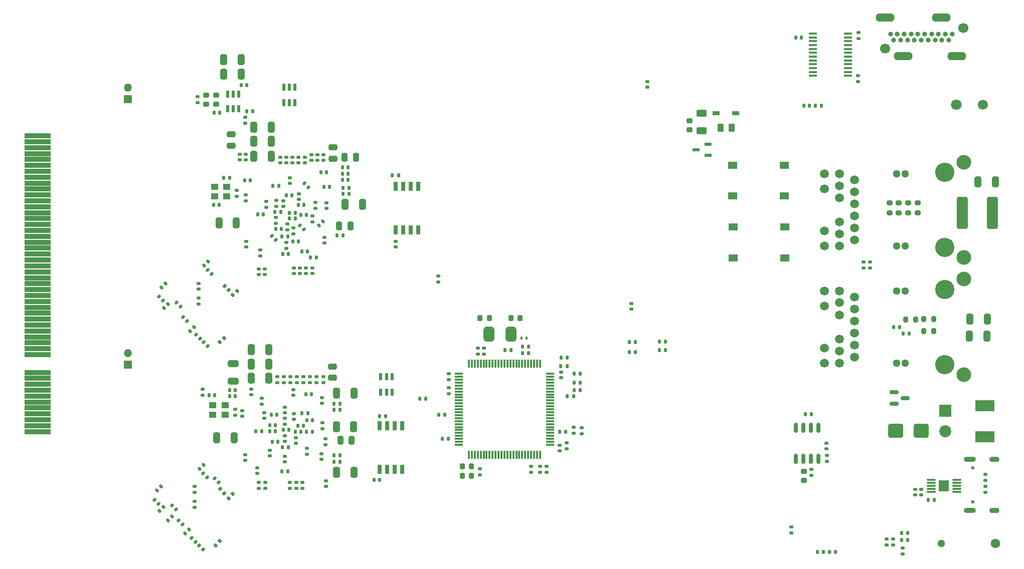
<source format=gbr>
%TF.GenerationSoftware,KiCad,Pcbnew,8.0.8*%
%TF.CreationDate,2025-02-03T01:07:07+01:00*%
%TF.ProjectId,RASBB,52415342-422e-46b6-9963-61645f706362,01*%
%TF.SameCoordinates,Original*%
%TF.FileFunction,Soldermask,Bot*%
%TF.FilePolarity,Negative*%
%FSLAX46Y46*%
G04 Gerber Fmt 4.6, Leading zero omitted, Abs format (unit mm)*
G04 Created by KiCad (PCBNEW 8.0.8) date 2025-02-03 01:07:07*
%MOMM*%
%LPD*%
G01*
G04 APERTURE LIST*
G04 Aperture macros list*
%AMRoundRect*
0 Rectangle with rounded corners*
0 $1 Rounding radius*
0 $2 $3 $4 $5 $6 $7 $8 $9 X,Y pos of 4 corners*
0 Add a 4 corners polygon primitive as box body*
4,1,4,$2,$3,$4,$5,$6,$7,$8,$9,$2,$3,0*
0 Add four circle primitives for the rounded corners*
1,1,$1+$1,$2,$3*
1,1,$1+$1,$4,$5*
1,1,$1+$1,$6,$7*
1,1,$1+$1,$8,$9*
0 Add four rect primitives between the rounded corners*
20,1,$1+$1,$2,$3,$4,$5,0*
20,1,$1+$1,$4,$5,$6,$7,0*
20,1,$1+$1,$6,$7,$8,$9,0*
20,1,$1+$1,$8,$9,$2,$3,0*%
G04 Aperture macros list end*
%ADD10R,1.350000X1.350000*%
%ADD11O,1.350000X1.350000*%
%ADD12R,2.025000X2.025000*%
%ADD13C,2.025000*%
%ADD14C,1.700000*%
%ADD15C,1.800000*%
%ADD16C,3.250000*%
%ADD17C,1.509000*%
%ADD18C,1.300000*%
%ADD19C,2.475000*%
%ADD20C,0.600000*%
%ADD21O,2.000000X0.900000*%
%ADD22O,1.700000X0.900000*%
%ADD23C,1.600000*%
%ADD24C,0.800000*%
%ADD25O,3.200000X1.400000*%
%ADD26R,1.300000X1.100000*%
%ADD27RoundRect,0.140000X-0.140000X-0.170000X0.140000X-0.170000X0.140000X0.170000X-0.140000X0.170000X0*%
%ADD28RoundRect,0.135000X0.185000X-0.135000X0.185000X0.135000X-0.185000X0.135000X-0.185000X-0.135000X0*%
%ADD29R,1.207999X0.771200*%
%ADD30RoundRect,0.140000X-0.170000X0.140000X-0.170000X-0.140000X0.170000X-0.140000X0.170000X0.140000X0*%
%ADD31RoundRect,0.135000X0.035355X-0.226274X0.226274X-0.035355X-0.035355X0.226274X-0.226274X0.035355X0*%
%ADD32RoundRect,0.140000X-0.219203X-0.021213X-0.021213X-0.219203X0.219203X0.021213X0.021213X0.219203X0*%
%ADD33RoundRect,0.250000X-0.325000X-0.650000X0.325000X-0.650000X0.325000X0.650000X-0.325000X0.650000X0*%
%ADD34RoundRect,0.140000X0.140000X0.170000X-0.140000X0.170000X-0.140000X-0.170000X0.140000X-0.170000X0*%
%ADD35RoundRect,0.135000X0.135000X0.185000X-0.135000X0.185000X-0.135000X-0.185000X0.135000X-0.185000X0*%
%ADD36RoundRect,0.050000X-1.575000X0.890000X-1.575000X-0.890000X1.575000X-0.890000X1.575000X0.890000X0*%
%ADD37RoundRect,0.140000X0.170000X-0.140000X0.170000X0.140000X-0.170000X0.140000X-0.170000X-0.140000X0*%
%ADD38RoundRect,0.250000X0.325000X0.650000X-0.325000X0.650000X-0.325000X-0.650000X0.325000X-0.650000X0*%
%ADD39RoundRect,0.225000X-0.250000X0.225000X-0.250000X-0.225000X0.250000X-0.225000X0.250000X0.225000X0*%
%ADD40RoundRect,0.140000X0.021213X-0.219203X0.219203X-0.021213X-0.021213X0.219203X-0.219203X0.021213X0*%
%ADD41RoundRect,0.140000X0.219203X0.021213X0.021213X0.219203X-0.219203X-0.021213X-0.021213X-0.219203X0*%
%ADD42RoundRect,0.135000X-0.135000X-0.185000X0.135000X-0.185000X0.135000X0.185000X-0.135000X0.185000X0*%
%ADD43RoundRect,0.200000X0.200000X0.275000X-0.200000X0.275000X-0.200000X-0.275000X0.200000X-0.275000X0*%
%ADD44RoundRect,0.102000X2.100000X-0.350000X2.100000X0.350000X-2.100000X0.350000X-2.100000X-0.350000X0*%
%ADD45RoundRect,0.225000X-0.225000X-0.250000X0.225000X-0.250000X0.225000X0.250000X-0.225000X0.250000X0*%
%ADD46R,0.600000X1.250000*%
%ADD47R,1.520000X1.200000*%
%ADD48RoundRect,0.135000X-0.185000X0.135000X-0.185000X-0.135000X0.185000X-0.135000X0.185000X0.135000X0*%
%ADD49RoundRect,0.225000X0.225000X0.250000X-0.225000X0.250000X-0.225000X-0.250000X0.225000X-0.250000X0*%
%ADD50RoundRect,0.135000X-0.226274X-0.035355X-0.035355X-0.226274X0.226274X0.035355X0.035355X0.226274X0*%
%ADD51RoundRect,0.200000X-0.200000X-0.275000X0.200000X-0.275000X0.200000X0.275000X-0.200000X0.275000X0*%
%ADD52RoundRect,0.250000X-0.262500X-0.450000X0.262500X-0.450000X0.262500X0.450000X-0.262500X0.450000X0*%
%ADD53RoundRect,0.450000X-0.450000X-0.800000X0.450000X-0.800000X0.450000X0.800000X-0.450000X0.800000X0*%
%ADD54RoundRect,0.140000X-0.021213X0.219203X-0.219203X0.021213X0.021213X-0.219203X0.219203X-0.021213X0*%
%ADD55RoundRect,0.150000X-0.587500X-0.150000X0.587500X-0.150000X0.587500X0.150000X-0.587500X0.150000X0*%
%ADD56RoundRect,0.200000X0.275000X-0.200000X0.275000X0.200000X-0.275000X0.200000X-0.275000X-0.200000X0*%
%ADD57RoundRect,0.250000X0.475000X-0.250000X0.475000X0.250000X-0.475000X0.250000X-0.475000X-0.250000X0*%
%ADD58R,0.650000X1.550000*%
%ADD59RoundRect,0.250000X-0.250000X-0.475000X0.250000X-0.475000X0.250000X0.475000X-0.250000X0.475000X0*%
%ADD60R,0.600000X1.150000*%
%ADD61RoundRect,0.075000X0.650000X0.075000X-0.650000X0.075000X-0.650000X-0.075000X0.650000X-0.075000X0*%
%ADD62R,1.680000X1.880000*%
%ADD63RoundRect,0.200000X-0.275000X0.200000X-0.275000X-0.200000X0.275000X-0.200000X0.275000X0.200000X0*%
%ADD64R,1.309599X0.568000*%
%ADD65RoundRect,0.250000X0.250000X0.475000X-0.250000X0.475000X-0.250000X-0.475000X0.250000X-0.475000X0*%
%ADD66RoundRect,0.250000X0.650000X-0.325000X0.650000X0.325000X-0.650000X0.325000X-0.650000X-0.325000X0*%
%ADD67RoundRect,0.225000X0.250000X-0.225000X0.250000X0.225000X-0.250000X0.225000X-0.250000X-0.225000X0*%
%ADD68RoundRect,0.250000X0.625000X-0.312500X0.625000X0.312500X-0.625000X0.312500X-0.625000X-0.312500X0*%
%ADD69RoundRect,0.250000X-0.650000X-2.450000X0.650000X-2.450000X0.650000X2.450000X-0.650000X2.450000X0*%
%ADD70RoundRect,0.250000X-1.000000X-0.900000X1.000000X-0.900000X1.000000X0.900000X-1.000000X0.900000X0*%
%ADD71RoundRect,0.150000X-0.150000X0.675000X-0.150000X-0.675000X0.150000X-0.675000X0.150000X0.675000X0*%
%ADD72R,0.400000X0.500000*%
%ADD73R,0.300000X1.475000*%
%ADD74R,1.475000X0.300000*%
%ADD75R,1.475000X0.450000*%
%ADD76RoundRect,0.250000X-0.475000X0.250000X-0.475000X-0.250000X0.475000X-0.250000X0.475000X0.250000X0*%
G04 APERTURE END LIST*
D10*
%TO.C,J18*%
X121550000Y-95410000D03*
D11*
X121550000Y-93410000D03*
%TD*%
D12*
%TO.C,J9*%
X259580000Y-103160000D03*
D13*
X259580000Y-106660000D03*
%TD*%
D14*
%TO.C,J1*%
X265945000Y-51410000D03*
D15*
X261445000Y-51410000D03*
%TD*%
D16*
%TO.C,J14*%
X259505000Y-95355000D03*
X259505000Y-82655000D03*
D17*
X244265000Y-83930000D03*
X244265000Y-85960000D03*
X244265000Y-87990001D03*
X244265000Y-90020000D03*
X244265000Y-92050000D03*
X244265000Y-94080000D03*
X241725000Y-82910000D03*
X241725000Y-84930000D03*
X241725000Y-86970000D03*
X241725000Y-91050000D03*
X241725000Y-93090000D03*
X241725000Y-95100000D03*
X239185000Y-82910001D03*
X239185000Y-85450000D03*
X239185000Y-92560000D03*
X239185000Y-95100000D03*
D18*
X251375000Y-82908000D03*
X251375000Y-95102000D03*
X252845000Y-82908000D03*
X252845000Y-95102000D03*
D19*
X262685000Y-97070000D03*
X262685000Y-80940000D03*
%TD*%
D16*
%TO.C,J2*%
X259505000Y-75555500D03*
X259505000Y-62855500D03*
D17*
X244265000Y-64130500D03*
X244265000Y-66160500D03*
X244265000Y-68190500D03*
X244265000Y-70220500D03*
X244265000Y-72250500D03*
X244265000Y-74280500D03*
X241725000Y-63110500D03*
X241725000Y-65130500D03*
X241725000Y-67170500D03*
X241725000Y-71250500D03*
X241725000Y-73290500D03*
X241725000Y-75300500D03*
X239185000Y-63110500D03*
X239185000Y-65650500D03*
X239185000Y-72760500D03*
X239185000Y-75300500D03*
D18*
X251375000Y-63108500D03*
X251375000Y-75302500D03*
X252845000Y-63108500D03*
X252845000Y-75302500D03*
D19*
X262685000Y-77270500D03*
X262685000Y-61140500D03*
%TD*%
D10*
%TO.C,J16*%
X121550000Y-50550000D03*
D11*
X121550000Y-48550000D03*
%TD*%
D20*
%TO.C,J7*%
X264220000Y-118610000D03*
X264220000Y-112830000D03*
D21*
X263740000Y-120040000D03*
D22*
X267910000Y-120040000D03*
D21*
X263740000Y-111400000D03*
D22*
X267910000Y-111400000D03*
%TD*%
D18*
%TO.C,J12*%
X258870000Y-125625000D03*
D23*
X268020000Y-125625000D03*
%TD*%
D14*
%TO.C,J3*%
X249410000Y-42000000D03*
X262660000Y-38500000D03*
D24*
X260760000Y-39500000D03*
X260180000Y-40500000D03*
X259600000Y-39500000D03*
X259020000Y-40500000D03*
X258440000Y-39500000D03*
X257860000Y-40500000D03*
X257280000Y-39500000D03*
X256700000Y-40500000D03*
X256120000Y-39500000D03*
X255540000Y-40500000D03*
X254960000Y-39500000D03*
X254380000Y-40500000D03*
X253800000Y-39500000D03*
X253220000Y-40500000D03*
X252640000Y-39500000D03*
X252060000Y-40500000D03*
X251480000Y-39500000D03*
X250900000Y-40500000D03*
X250320000Y-39500000D03*
D25*
X252510000Y-43250000D03*
X261510000Y-43250000D03*
X249410000Y-36750000D03*
X258910000Y-36750000D03*
%TD*%
D26*
%TO.C,X3*%
X136200000Y-65305000D03*
X138300000Y-65305000D03*
X138300000Y-66955000D03*
X136200000Y-66955000D03*
%TD*%
D27*
%TO.C,C337*%
X151760000Y-106710000D03*
X152720000Y-106710000D03*
%TD*%
D28*
%TO.C,R166*%
X139720000Y-103900000D03*
X139720000Y-102880000D03*
%TD*%
D29*
%TO.C,U1*%
X224240000Y-52910000D03*
X220887200Y-52910000D03*
%TD*%
D30*
%TO.C,C212*%
X149570000Y-79050000D03*
X149570000Y-80010000D03*
%TD*%
D28*
%TO.C,R67*%
X252360000Y-127370000D03*
X252360000Y-126350000D03*
%TD*%
D30*
%TO.C,C143*%
X181050000Y-113020000D03*
X181050000Y-113980000D03*
%TD*%
D27*
%TO.C,C247*%
X157820000Y-63090000D03*
X158780000Y-63090000D03*
%TD*%
%TO.C,C252*%
X156920000Y-73560000D03*
X157880000Y-73560000D03*
%TD*%
D31*
%TO.C,R91*%
X136368093Y-125930966D03*
X137089341Y-125209718D03*
%TD*%
D32*
%TO.C,C97*%
X133060589Y-90310589D03*
X133739411Y-90989411D03*
%TD*%
%TO.C,C76*%
X130860589Y-87360589D03*
X131539411Y-88039411D03*
%TD*%
D30*
%TO.C,C134*%
X255502150Y-116480000D03*
X255502150Y-117440000D03*
%TD*%
D27*
%TO.C,C264*%
X150770000Y-70040000D03*
X151730000Y-70040000D03*
%TD*%
D33*
%TO.C,C181*%
X263695000Y-90540000D03*
X266645000Y-90540000D03*
%TD*%
D34*
%TO.C,C351*%
X139720000Y-100740000D03*
X138760000Y-100740000D03*
%TD*%
D30*
%TO.C,C233*%
X154790000Y-73850000D03*
X154790000Y-74810000D03*
%TD*%
D35*
%TO.C,R18*%
X195750000Y-94200000D03*
X194730000Y-94200000D03*
%TD*%
%TO.C,R24*%
X197920000Y-99680000D03*
X196900000Y-99680000D03*
%TD*%
D30*
%TO.C,C227*%
X143655000Y-79180000D03*
X143655000Y-80140000D03*
%TD*%
D35*
%TO.C,R150*%
X251900000Y-89070000D03*
X250880000Y-89070000D03*
%TD*%
D36*
%TO.C,F1*%
X266290000Y-107570000D03*
X266290000Y-102340000D03*
%TD*%
D37*
%TO.C,C231*%
X141600000Y-75480000D03*
X141600000Y-74520000D03*
%TD*%
D34*
%TO.C,C315*%
X144150000Y-106640000D03*
X143190000Y-106640000D03*
%TD*%
D38*
%TO.C,C218*%
X145815000Y-55250000D03*
X142865000Y-55250000D03*
%TD*%
D35*
%TO.C,R106*%
X196810000Y-100700000D03*
X195790000Y-100700000D03*
%TD*%
D39*
%TO.C,C3*%
X216370000Y-54130000D03*
X216370000Y-55680000D03*
%TD*%
D27*
%TO.C,C242*%
X154680000Y-65320000D03*
X155640000Y-65320000D03*
%TD*%
D40*
%TO.C,C83*%
X127260589Y-82339411D03*
X127939411Y-81660589D03*
%TD*%
D34*
%TO.C,C61*%
X164110000Y-114850000D03*
X163150000Y-114850000D03*
%TD*%
D27*
%TO.C,C293*%
X147680000Y-109360000D03*
X148640000Y-109360000D03*
%TD*%
D41*
%TO.C,C110*%
X136939411Y-115249411D03*
X136260589Y-114570589D03*
%TD*%
D38*
%TO.C,C220*%
X145815000Y-57630000D03*
X142865000Y-57630000D03*
%TD*%
D28*
%TO.C,R17*%
X191200000Y-113620000D03*
X191200000Y-112600000D03*
%TD*%
D37*
%TO.C,C301*%
X148994286Y-98400000D03*
X148994286Y-97440000D03*
%TD*%
D30*
%TO.C,C209*%
X146640000Y-67630000D03*
X146640000Y-68590000D03*
%TD*%
D34*
%TO.C,C277*%
X146930000Y-108390000D03*
X145970000Y-108390000D03*
%TD*%
D42*
%TO.C,R15*%
X194440000Y-106750000D03*
X195460000Y-106750000D03*
%TD*%
D34*
%TO.C,C281*%
X146500000Y-105620000D03*
X145540000Y-105620000D03*
%TD*%
D37*
%TO.C,C138*%
X181660000Y-93580000D03*
X181660000Y-92620000D03*
%TD*%
D42*
%TO.C,R11*%
X174660000Y-107910000D03*
X175680000Y-107910000D03*
%TD*%
D43*
%TO.C,R144*%
X257625000Y-87700000D03*
X255975000Y-87700000D03*
%TD*%
D31*
%TO.C,R90*%
X138558093Y-117960966D03*
X139279341Y-117239718D03*
%TD*%
D30*
%TO.C,C326*%
X151810000Y-109560000D03*
X151810000Y-110520000D03*
%TD*%
D32*
%TO.C,C120*%
X132319306Y-124640931D03*
X132998128Y-125319753D03*
%TD*%
D33*
%TO.C,C282*%
X156765000Y-105870000D03*
X159715000Y-105870000D03*
%TD*%
D26*
%TO.C,X4*%
X135880000Y-102235000D03*
X137980000Y-102235000D03*
X137980000Y-103885000D03*
X135880000Y-103885000D03*
%TD*%
D35*
%TO.C,R132*%
X212335000Y-92925000D03*
X211315000Y-92925000D03*
%TD*%
D37*
%TO.C,C313*%
X141420000Y-111580000D03*
X141420000Y-110620000D03*
%TD*%
D43*
%TO.C,R145*%
X257605000Y-89720000D03*
X255955000Y-89720000D03*
%TD*%
D44*
%TO.C,J4*%
X106312500Y-106700000D03*
X106312500Y-105700000D03*
X106312500Y-104700000D03*
X106312500Y-103700000D03*
X106312500Y-102700000D03*
X106312500Y-101700000D03*
X106312500Y-100700000D03*
X106312500Y-99700000D03*
X106312500Y-98700000D03*
X106312500Y-97700000D03*
X106312500Y-96700000D03*
X106312500Y-93700000D03*
X106312500Y-92700000D03*
X106312500Y-91700000D03*
X106312500Y-90700000D03*
X106312500Y-89700000D03*
X106312500Y-88700000D03*
X106312500Y-87700000D03*
X106312500Y-86700000D03*
X106312500Y-85700000D03*
X106312500Y-84700000D03*
X106312500Y-83700000D03*
X106312500Y-82700000D03*
X106312500Y-81700000D03*
X106312500Y-80700000D03*
X106312500Y-79700000D03*
X106312500Y-78700000D03*
X106312500Y-77700000D03*
X106312500Y-76700000D03*
X106312500Y-75700000D03*
X106312500Y-74700000D03*
X106312500Y-73700000D03*
X106312500Y-72700000D03*
X106312500Y-71700000D03*
X106312500Y-70700000D03*
X106312500Y-69700000D03*
X106312500Y-68700000D03*
X106312500Y-67700000D03*
X106312500Y-66700000D03*
X106312500Y-65700000D03*
X106312500Y-64700000D03*
X106312500Y-63700000D03*
X106312500Y-62700000D03*
X106312500Y-61700000D03*
X106312500Y-60700000D03*
X106312500Y-59700000D03*
X106312500Y-58700000D03*
X106312500Y-57700000D03*
X106312500Y-56700000D03*
%TD*%
D37*
%TO.C,C274*%
X148110000Y-103550000D03*
X148110000Y-102590000D03*
%TD*%
D28*
%TO.C,R19*%
X192250000Y-113560000D03*
X192250000Y-112540000D03*
%TD*%
D30*
%TO.C,C213*%
X151680000Y-79020000D03*
X151680000Y-79980000D03*
%TD*%
D37*
%TO.C,C292*%
X152350000Y-98400000D03*
X152350000Y-97440000D03*
%TD*%
D30*
%TO.C,C243*%
X153270000Y-67970000D03*
X153270000Y-68930000D03*
%TD*%
D35*
%TO.C,R55*%
X165110000Y-104100000D03*
X164090000Y-104100000D03*
%TD*%
D37*
%TO.C,C224*%
X150400000Y-61260000D03*
X150400000Y-60300000D03*
%TD*%
D45*
%TO.C,C128*%
X178025000Y-114200000D03*
X179575000Y-114200000D03*
%TD*%
D46*
%TO.C,IC3*%
X138416800Y-49644740D03*
X139366800Y-49644740D03*
X140316800Y-49644740D03*
X140316800Y-52144740D03*
X139366800Y-52144740D03*
X138416800Y-52144740D03*
%TD*%
D37*
%TO.C,C135*%
X180640000Y-93590000D03*
X180640000Y-92630000D03*
%TD*%
D47*
%TO.C,D4*%
X223665000Y-66890000D03*
X232405000Y-66890000D03*
X223665000Y-61690000D03*
X232405000Y-61690000D03*
%TD*%
D27*
%TO.C,C262*%
X150370000Y-68420000D03*
X151330000Y-68420000D03*
%TD*%
D48*
%TO.C,R82*%
X245750000Y-78030000D03*
X245750000Y-79050000D03*
%TD*%
D37*
%TO.C,C284*%
X149950000Y-108720000D03*
X149950000Y-107760000D03*
%TD*%
D49*
%TO.C,C139*%
X182585000Y-87480000D03*
X181035000Y-87480000D03*
%TD*%
D35*
%TO.C,R32*%
X238700000Y-51580000D03*
X237680000Y-51580000D03*
%TD*%
D37*
%TO.C,C307*%
X151244286Y-98400000D03*
X151244286Y-97440000D03*
%TD*%
D34*
%TO.C,C273*%
X146760000Y-103890000D03*
X145800000Y-103890000D03*
%TD*%
D38*
%TO.C,C219*%
X145815000Y-60130001D03*
X142865000Y-60130001D03*
%TD*%
D27*
%TO.C,C339*%
X151610000Y-100410000D03*
X152570000Y-100410000D03*
%TD*%
D37*
%TO.C,C348*%
X142380000Y-100470000D03*
X142380000Y-99510000D03*
%TD*%
D30*
%TO.C,C197*%
X147850000Y-67670000D03*
X147850000Y-68630000D03*
%TD*%
D27*
%TO.C,C246*%
X157800000Y-62000000D03*
X158760000Y-62000000D03*
%TD*%
D32*
%TO.C,C101*%
X133619306Y-125940931D03*
X134298128Y-126619753D03*
%TD*%
D30*
%TO.C,C316*%
X145510000Y-109840000D03*
X145510000Y-110800000D03*
%TD*%
D50*
%TO.C,R87*%
X137898752Y-82068752D03*
X138620000Y-82790000D03*
%TD*%
D28*
%TO.C,R72*%
X134210000Y-100570000D03*
X134210000Y-99550000D03*
%TD*%
D38*
%TO.C,C226*%
X139909999Y-71430000D03*
X136959999Y-71430000D03*
%TD*%
%TO.C,C74*%
X268025000Y-64525000D03*
X265075000Y-64525000D03*
%TD*%
D34*
%TO.C,C207*%
X149830000Y-69750000D03*
X148870000Y-69750000D03*
%TD*%
D30*
%TO.C,C137*%
X175760000Y-96940000D03*
X175760000Y-97900000D03*
%TD*%
%TO.C,C124*%
X244900000Y-39270000D03*
X244900000Y-40230000D03*
%TD*%
D51*
%TO.C,R143*%
X252910000Y-87730000D03*
X254560000Y-87730000D03*
%TD*%
D27*
%TO.C,C287*%
X149860000Y-106710000D03*
X150820000Y-106710000D03*
%TD*%
D52*
%TO.C,R26*%
X221690000Y-55310000D03*
X223515000Y-55310000D03*
%TD*%
D34*
%TO.C,C336*%
X152780000Y-104770000D03*
X151820000Y-104770000D03*
%TD*%
D53*
%TO.C,Y1*%
X182550000Y-90200000D03*
X186250000Y-90200000D03*
%TD*%
D37*
%TO.C,C33*%
X209280000Y-48480000D03*
X209280000Y-47520000D03*
%TD*%
D54*
%TO.C,C257*%
X154500000Y-71210000D03*
X153821178Y-71888822D03*
%TD*%
D42*
%TO.C,R21*%
X240050000Y-127070000D03*
X241070000Y-127070000D03*
%TD*%
D39*
%TO.C,C160*%
X235675000Y-113380000D03*
X235675000Y-114930000D03*
%TD*%
D54*
%TO.C,C109*%
X129070000Y-121050000D03*
X128391178Y-121728822D03*
%TD*%
D27*
%TO.C,C251*%
X157945000Y-65500000D03*
X158905000Y-65500000D03*
%TD*%
D37*
%TO.C,C299*%
X147888572Y-98400000D03*
X147888572Y-97440000D03*
%TD*%
D34*
%TO.C,C289*%
X146490000Y-106620000D03*
X145530000Y-106620000D03*
%TD*%
D31*
%TO.C,R85*%
X137109376Y-91600624D03*
X137830624Y-90879376D03*
%TD*%
D35*
%TO.C,R9*%
X171910000Y-101150000D03*
X170890000Y-101150000D03*
%TD*%
D27*
%TO.C,C333*%
X156400000Y-101950000D03*
X157360000Y-101950000D03*
%TD*%
D37*
%TO.C,C206*%
X152600000Y-60880000D03*
X152600000Y-59920000D03*
%TD*%
D31*
%TO.C,R84*%
X139299376Y-83630624D03*
X140020624Y-82909376D03*
%TD*%
D30*
%TO.C,C327*%
X154970000Y-107940000D03*
X154970000Y-108900000D03*
%TD*%
D27*
%TO.C,C200*%
X146070000Y-65170000D03*
X147030000Y-65170000D03*
%TD*%
D40*
%TO.C,C113*%
X133669306Y-112969753D03*
X134348128Y-112290931D03*
%TD*%
D37*
%TO.C,C96*%
X133550000Y-82610000D03*
X133550000Y-81650000D03*
%TD*%
D55*
%TO.C,Q1*%
X250937500Y-101972500D03*
X250937500Y-100072500D03*
X252812500Y-101022500D03*
%TD*%
D33*
%TO.C,C332*%
X156795000Y-100180000D03*
X159745000Y-100180000D03*
%TD*%
D30*
%TO.C,C285*%
X148110000Y-104470000D03*
X148110000Y-105430000D03*
%TD*%
D38*
%TO.C,C23*%
X140725000Y-43850000D03*
X137775000Y-43850000D03*
%TD*%
D37*
%TO.C,C297*%
X146782858Y-98400000D03*
X146782858Y-97440000D03*
%TD*%
%TO.C,C217*%
X149350000Y-61260000D03*
X149350000Y-60300000D03*
%TD*%
D28*
%TO.C,R122*%
X239590000Y-111720000D03*
X239590000Y-110700000D03*
%TD*%
D48*
%TO.C,R125*%
X250800000Y-124820000D03*
X250800000Y-125840000D03*
%TD*%
D27*
%TO.C,C317*%
X147600000Y-113430000D03*
X148560000Y-113430000D03*
%TD*%
D56*
%TO.C,R81*%
X254920000Y-69725000D03*
X254920000Y-68075000D03*
%TD*%
D57*
%TO.C,C187*%
X156100000Y-97600000D03*
X156100000Y-95700002D03*
%TD*%
D58*
%TO.C,IC5*%
X166775000Y-65227500D03*
X168045000Y-65227500D03*
X169315000Y-65227500D03*
X170585000Y-65227500D03*
X170585000Y-72577500D03*
X169315000Y-72577500D03*
X168045000Y-72577500D03*
X166775000Y-72577500D03*
%TD*%
D27*
%TO.C,C230*%
X147720000Y-76700000D03*
X148680000Y-76700000D03*
%TD*%
D59*
%TO.C,C305*%
X157470001Y-108140000D03*
X159369999Y-108140000D03*
%TD*%
D32*
%TO.C,C253*%
X151390000Y-64710000D03*
X152068822Y-65388822D03*
%TD*%
D30*
%TO.C,C211*%
X150610000Y-79020000D03*
X150610000Y-79980000D03*
%TD*%
D27*
%TO.C,C34*%
X136120000Y-52800000D03*
X137080000Y-52800000D03*
%TD*%
D35*
%TO.C,R75*%
X195710000Y-95600000D03*
X194690000Y-95600000D03*
%TD*%
D40*
%TO.C,C106*%
X126519306Y-116669753D03*
X127198128Y-115990931D03*
%TD*%
D60*
%TO.C,D12*%
X166180000Y-100010000D03*
X165230000Y-100010000D03*
X164280000Y-100010000D03*
X164280000Y-97410000D03*
X165230000Y-97410000D03*
X166180000Y-97410000D03*
%TD*%
D61*
%TO.C,U6*%
X261515000Y-114880000D03*
X261515000Y-115380000D03*
X261515000Y-115880000D03*
X261515000Y-116380000D03*
X261515000Y-116880000D03*
X257215000Y-116880000D03*
X257215000Y-116380000D03*
X257215000Y-115880000D03*
X257215000Y-115380000D03*
X257215000Y-114880000D03*
D62*
X259365000Y-115880000D03*
%TD*%
D32*
%TO.C,C89*%
X129810589Y-84860589D03*
X130489411Y-85539411D03*
%TD*%
D42*
%TO.C,R102*%
X185230000Y-92970000D03*
X186250000Y-92970000D03*
%TD*%
D38*
%TO.C,C26*%
X140725000Y-46300000D03*
X137775000Y-46300000D03*
%TD*%
D28*
%TO.C,R158*%
X139930000Y-66950000D03*
X139930000Y-65930000D03*
%TD*%
D30*
%TO.C,C136*%
X254500000Y-116480000D03*
X254500000Y-117440000D03*
%TD*%
D28*
%TO.C,R105*%
X175800000Y-100260000D03*
X175800000Y-99240000D03*
%TD*%
D34*
%TO.C,C239*%
X150380000Y-74600000D03*
X149420000Y-74600000D03*
%TD*%
D27*
%TO.C,C2*%
X235990000Y-103740000D03*
X236950000Y-103740000D03*
%TD*%
D63*
%TO.C,R78*%
X251750000Y-68075000D03*
X251750000Y-69725000D03*
%TD*%
D37*
%TO.C,C193*%
X146600000Y-71480000D03*
X146600000Y-70520000D03*
%TD*%
D34*
%TO.C,C201*%
X149260000Y-66750000D03*
X148300000Y-66750000D03*
%TD*%
D27*
%TO.C,C329*%
X156410000Y-111780000D03*
X157370000Y-111780000D03*
%TD*%
D32*
%TO.C,C238*%
X129069306Y-119190931D03*
X129748128Y-119869753D03*
%TD*%
D33*
%TO.C,C183*%
X263715000Y-87680000D03*
X266665000Y-87680000D03*
%TD*%
D35*
%TO.C,R53*%
X167260000Y-63422500D03*
X166240000Y-63422500D03*
%TD*%
D48*
%TO.C,R14*%
X196850000Y-105990000D03*
X196850000Y-107010000D03*
%TD*%
D37*
%TO.C,C294*%
X153455714Y-98400000D03*
X153455714Y-97440000D03*
%TD*%
%TO.C,C215*%
X147300000Y-61260000D03*
X147300000Y-60300000D03*
%TD*%
D27*
%TO.C,C280*%
X150260000Y-105730000D03*
X151220000Y-105730000D03*
%TD*%
%TO.C,C10*%
X235720000Y-51600000D03*
X236680000Y-51600000D03*
%TD*%
D30*
%TO.C,C59*%
X166800000Y-74520000D03*
X166800000Y-75480000D03*
%TD*%
D27*
%TO.C,C331*%
X156410000Y-110730000D03*
X157370000Y-110730000D03*
%TD*%
D64*
%TO.C,U2*%
X219548900Y-58124999D03*
X219548900Y-60025001D03*
X217516901Y-59075000D03*
%TD*%
D28*
%TO.C,R47*%
X141400000Y-54585000D03*
X141400000Y-53565000D03*
%TD*%
D60*
%TO.C,D11*%
X147880000Y-48510000D03*
X148830000Y-48510000D03*
X149780000Y-48510000D03*
X149780000Y-51110000D03*
X148830000Y-51110000D03*
X147880000Y-51110000D03*
%TD*%
D30*
%TO.C,C306*%
X148110000Y-110840000D03*
X148110000Y-111800000D03*
%TD*%
D27*
%TO.C,C255*%
X150970000Y-76220000D03*
X151930000Y-76220000D03*
%TD*%
D65*
%TO.C,C188*%
X160100000Y-60300000D03*
X158200000Y-60300000D03*
%TD*%
D35*
%TO.C,R151*%
X253480000Y-90170000D03*
X252460000Y-90170000D03*
%TD*%
D37*
%TO.C,C298*%
X150100000Y-98400000D03*
X150100000Y-97440000D03*
%TD*%
D59*
%TO.C,C221*%
X157260000Y-71930000D03*
X159159998Y-71930000D03*
%TD*%
D30*
%TO.C,C328*%
X154270000Y-110420000D03*
X154270000Y-111380000D03*
%TD*%
D38*
%TO.C,C304*%
X145355000Y-97690000D03*
X142405000Y-97690000D03*
%TD*%
D48*
%TO.C,R13*%
X198200000Y-106040000D03*
X198200000Y-107060000D03*
%TD*%
D37*
%TO.C,C308*%
X149500000Y-100550000D03*
X149500000Y-99590000D03*
%TD*%
D30*
%TO.C,C312*%
X144770000Y-115320000D03*
X144770000Y-116280000D03*
%TD*%
D42*
%TO.C,R127*%
X252230000Y-124980000D03*
X253250000Y-124980000D03*
%TD*%
D30*
%TO.C,C229*%
X143910000Y-76040000D03*
X143910000Y-77000000D03*
%TD*%
D37*
%TO.C,C210*%
X154600000Y-60880000D03*
X154600000Y-59920000D03*
%TD*%
D30*
%TO.C,C196*%
X144920000Y-67820000D03*
X144920000Y-68780000D03*
%TD*%
D37*
%TO.C,C346*%
X140925000Y-104105000D03*
X140925000Y-103145000D03*
%TD*%
D35*
%TO.C,R137*%
X207230000Y-93260000D03*
X206210000Y-93260000D03*
%TD*%
D48*
%TO.C,R83*%
X246920000Y-78030000D03*
X246920000Y-79050000D03*
%TD*%
D30*
%TO.C,C141*%
X195650000Y-108620000D03*
X195650000Y-109580000D03*
%TD*%
D34*
%TO.C,C75*%
X144460000Y-70000000D03*
X143500000Y-70000000D03*
%TD*%
D40*
%TO.C,C90*%
X134410589Y-78639411D03*
X135089411Y-77960589D03*
%TD*%
D30*
%TO.C,C191*%
X148910000Y-63810000D03*
X148910000Y-64770000D03*
%TD*%
D37*
%TO.C,C267*%
X140490000Y-60760000D03*
X140490000Y-59800000D03*
%TD*%
D66*
%TO.C,C199*%
X139380000Y-98165000D03*
X139380000Y-95215000D03*
%TD*%
D34*
%TO.C,C350*%
X139710000Y-99720000D03*
X138750000Y-99720000D03*
%TD*%
D32*
%TO.C,C85*%
X135021178Y-79421178D03*
X135700000Y-80100000D03*
%TD*%
D34*
%TO.C,C194*%
X149830000Y-70700000D03*
X148870000Y-70700000D03*
%TD*%
D30*
%TO.C,C222*%
X148375000Y-74770000D03*
X148375000Y-75730000D03*
%TD*%
D67*
%TO.C,C47*%
X136450000Y-51375000D03*
X136450000Y-49825000D03*
%TD*%
D30*
%TO.C,C311*%
X143700000Y-115320000D03*
X143700000Y-116280000D03*
%TD*%
D28*
%TO.C,R92*%
X132818717Y-119480342D03*
X132818717Y-118460342D03*
%TD*%
D50*
%TO.C,R93*%
X137157469Y-116399094D03*
X137878717Y-117120342D03*
%TD*%
D27*
%TO.C,C189*%
X146570000Y-72450000D03*
X147530000Y-72450000D03*
%TD*%
D37*
%TO.C,C208*%
X153600000Y-60880000D03*
X153600000Y-59920000D03*
%TD*%
%TO.C,C347*%
X144230000Y-102050000D03*
X144230000Y-101090000D03*
%TD*%
D56*
%TO.C,R80*%
X253300000Y-69725000D03*
X253300000Y-68075000D03*
%TD*%
D68*
%TO.C,R25*%
X218436000Y-55847500D03*
X218436000Y-52922500D03*
%TD*%
D38*
%TO.C,C310*%
X139555000Y-107740000D03*
X136605000Y-107740000D03*
%TD*%
D30*
%TO.C,C296*%
X150000000Y-115320000D03*
X150000000Y-116280000D03*
%TD*%
D27*
%TO.C,C258*%
X136020000Y-68400000D03*
X136980000Y-68400000D03*
%TD*%
D30*
%TO.C,C228*%
X144725000Y-79180000D03*
X144725000Y-80140000D03*
%TD*%
D41*
%TO.C,C263*%
X151300000Y-72500000D03*
X150621178Y-71821178D03*
%TD*%
D35*
%TO.C,R101*%
X257760000Y-118240000D03*
X256740000Y-118240000D03*
%TD*%
D30*
%TO.C,C300*%
X148960000Y-115320000D03*
X148960000Y-116280000D03*
%TD*%
D27*
%TO.C,C241*%
X157820000Y-64120000D03*
X158780000Y-64120000D03*
%TD*%
D38*
%TO.C,C303*%
X145355000Y-95280000D03*
X142405000Y-95280000D03*
%TD*%
D54*
%TO.C,C81*%
X132739411Y-89010589D03*
X132060589Y-89689411D03*
%TD*%
D48*
%TO.C,R96*%
X233630000Y-122800000D03*
X233630000Y-123820000D03*
%TD*%
D32*
%TO.C,C114*%
X126069306Y-118240931D03*
X126748128Y-118919753D03*
%TD*%
D42*
%TO.C,R48*%
X141674999Y-52550000D03*
X142694999Y-52550000D03*
%TD*%
D30*
%TO.C,C214*%
X152700000Y-79020000D03*
X152700000Y-79980000D03*
%TD*%
D42*
%TO.C,R157*%
X137780000Y-63790000D03*
X138800000Y-63790000D03*
%TD*%
D69*
%TO.C,C73*%
X262475000Y-69725000D03*
X267575000Y-69725000D03*
%TD*%
D27*
%TO.C,C245*%
X147595000Y-73725000D03*
X148555000Y-73725000D03*
%TD*%
D37*
%TO.C,C335*%
X154320000Y-101910000D03*
X154320000Y-100950000D03*
%TD*%
D30*
%TO.C,C234*%
X155080000Y-68030000D03*
X155080000Y-68990000D03*
%TD*%
%TO.C,C182*%
X141510000Y-66720000D03*
X141510000Y-67680000D03*
%TD*%
D33*
%TO.C,C195*%
X156805000Y-113580000D03*
X159755000Y-113580000D03*
%TD*%
D45*
%TO.C,C127*%
X178025000Y-112600000D03*
X179575000Y-112600000D03*
%TD*%
D54*
%TO.C,C79*%
X128339411Y-85110589D03*
X127660589Y-85789411D03*
%TD*%
D27*
%TO.C,C249*%
X157945000Y-66530000D03*
X158905000Y-66530000D03*
%TD*%
D58*
%TO.C,IC7*%
X164075000Y-105757500D03*
X165345000Y-105757500D03*
X166615000Y-105757500D03*
X167885000Y-105757500D03*
X167885000Y-113107500D03*
X166615000Y-113107500D03*
X165345000Y-113107500D03*
X164075000Y-113107500D03*
%TD*%
D27*
%TO.C,C275*%
X150990000Y-103570000D03*
X151950000Y-103570000D03*
%TD*%
D30*
%TO.C,C338*%
X154420000Y-105230000D03*
X154420000Y-106190000D03*
%TD*%
D70*
%TO.C,D6*%
X251224998Y-106525000D03*
X255525000Y-106525000D03*
%TD*%
D30*
%TO.C,C261*%
X150430000Y-66480000D03*
X150430000Y-67440000D03*
%TD*%
D34*
%TO.C,C235*%
X155140000Y-62900000D03*
X154180000Y-62900000D03*
%TD*%
D27*
%TO.C,C167*%
X252260000Y-123840000D03*
X253220000Y-123840000D03*
%TD*%
D32*
%TO.C,C91*%
X126810589Y-83910589D03*
X127489411Y-84589411D03*
%TD*%
D71*
%TO.C,U8*%
X234380000Y-106070000D03*
X235650000Y-106070000D03*
X236920000Y-106070000D03*
X238190000Y-106070000D03*
X238190000Y-111320000D03*
X236920000Y-111320000D03*
X235650000Y-111320000D03*
X234380000Y-111320000D03*
%TD*%
D37*
%TO.C,C290*%
X154561430Y-98400000D03*
X154561430Y-97440000D03*
%TD*%
D34*
%TO.C,C291*%
X148770000Y-106400000D03*
X147810000Y-106400000D03*
%TD*%
%TO.C,C122*%
X235318000Y-40075000D03*
X234358000Y-40075000D03*
%TD*%
D37*
%TO.C,C266*%
X141500000Y-60760000D03*
X141500000Y-59800000D03*
%TD*%
D30*
%TO.C,C353*%
X237025000Y-113105000D03*
X237025000Y-114065000D03*
%TD*%
D38*
%TO.C,C302*%
X145335000Y-92850000D03*
X142385000Y-92850000D03*
%TD*%
D32*
%TO.C,C78*%
X134360589Y-91610589D03*
X135039411Y-92289411D03*
%TD*%
D28*
%TO.C,R86*%
X133560000Y-85150000D03*
X133560000Y-84130000D03*
%TD*%
D30*
%TO.C,C123*%
X244850000Y-46570000D03*
X244850000Y-47530000D03*
%TD*%
D47*
%TO.C,D5*%
X223785000Y-77320000D03*
X232525000Y-77320000D03*
X223785000Y-72120000D03*
X232525000Y-72120000D03*
%TD*%
D32*
%TO.C,C108*%
X134279895Y-113751520D03*
X134958717Y-114430342D03*
%TD*%
D37*
%TO.C,C162*%
X239525000Y-109605000D03*
X239525000Y-108645000D03*
%TD*%
D32*
%TO.C,C232*%
X145860589Y-73590589D03*
X146539411Y-74269411D03*
%TD*%
D37*
%TO.C,C129*%
X194450000Y-109980000D03*
X194450000Y-109020000D03*
%TD*%
D30*
%TO.C,C190*%
X149500000Y-72300000D03*
X149500000Y-73260000D03*
%TD*%
D54*
%TO.C,C104*%
X131880000Y-123280000D03*
X131201178Y-123958822D03*
%TD*%
D30*
%TO.C,C362*%
X206560000Y-85020000D03*
X206560000Y-85980000D03*
%TD*%
D27*
%TO.C,C1*%
X238040000Y-127060000D03*
X239000000Y-127060000D03*
%TD*%
D54*
%TO.C,C102*%
X127598128Y-119440931D03*
X126919306Y-120119753D03*
%TD*%
D34*
%TO.C,C236*%
X153390000Y-77260000D03*
X152430000Y-77260000D03*
%TD*%
D67*
%TO.C,C44*%
X134800000Y-51375000D03*
X134800000Y-49825000D03*
%TD*%
D35*
%TO.C,R20*%
X197920000Y-96880000D03*
X196900000Y-96880000D03*
%TD*%
D27*
%TO.C,C185*%
X146420000Y-69600000D03*
X147380000Y-69600000D03*
%TD*%
D32*
%TO.C,C99*%
X130119306Y-121690931D03*
X130798128Y-122369753D03*
%TD*%
D37*
%TO.C,C119*%
X132808717Y-116940342D03*
X132808717Y-115980342D03*
%TD*%
D30*
%TO.C,C330*%
X155000000Y-115000000D03*
X155000000Y-115960000D03*
%TD*%
D27*
%TO.C,C334*%
X156400000Y-103040000D03*
X157360000Y-103040000D03*
%TD*%
D34*
%TO.C,C132*%
X189200000Y-93400000D03*
X188240000Y-93400000D03*
%TD*%
D63*
%TO.C,R79*%
X250170000Y-68075000D03*
X250170000Y-69725000D03*
%TD*%
D37*
%TO.C,C205*%
X148470000Y-72580000D03*
X148470000Y-71620000D03*
%TD*%
D30*
%TO.C,C39*%
X133340100Y-50120000D03*
X133340100Y-51080000D03*
%TD*%
%TO.C,C295*%
X151060000Y-115320000D03*
X151060000Y-116280000D03*
%TD*%
D35*
%TO.C,R133*%
X207230000Y-91600000D03*
X206210000Y-91600000D03*
%TD*%
D48*
%TO.C,R126*%
X249690000Y-124820000D03*
X249690000Y-125840000D03*
%TD*%
D30*
%TO.C,C254*%
X152700000Y-70270000D03*
X152700000Y-71230000D03*
%TD*%
D27*
%TO.C,C342*%
X135300000Y-100570000D03*
X136260000Y-100570000D03*
%TD*%
D37*
%TO.C,C216*%
X148310000Y-61260000D03*
X148310000Y-60300000D03*
%TD*%
D35*
%TO.C,R23*%
X197920000Y-98470000D03*
X196900000Y-98470000D03*
%TD*%
D57*
%TO.C,C184*%
X156200000Y-60549999D03*
X156200000Y-58650001D03*
%TD*%
D37*
%TO.C,C278*%
X149570000Y-104630000D03*
X149570000Y-103670000D03*
%TD*%
D72*
%TO.C,FB1*%
X188055000Y-90910470D03*
X188855000Y-90910470D03*
%TD*%
D73*
%TO.C,IC12*%
X179160000Y-95192000D03*
X179660000Y-95192000D03*
X180160000Y-95192000D03*
X180660000Y-95192000D03*
X181160000Y-95192000D03*
X181660000Y-95192000D03*
X182160000Y-95192000D03*
X182660000Y-95192000D03*
X183160000Y-95192000D03*
X183660000Y-95192000D03*
X184160000Y-95192000D03*
X184660000Y-95192000D03*
X185160000Y-95192000D03*
X185660000Y-95192000D03*
X186160000Y-95192000D03*
X186660000Y-95192000D03*
X187160000Y-95192000D03*
X187660000Y-95192000D03*
X188160000Y-95192000D03*
X188660000Y-95192000D03*
X189160000Y-95192000D03*
X189660000Y-95192000D03*
X190160000Y-95192000D03*
X190660000Y-95192000D03*
X191160000Y-95192000D03*
D74*
X192898000Y-96930000D03*
X192898000Y-97430000D03*
X192898000Y-97930000D03*
X192898000Y-98430000D03*
X192898000Y-98930000D03*
X192898000Y-99430000D03*
X192898000Y-99930000D03*
X192898000Y-100430000D03*
X192898000Y-100930000D03*
X192898000Y-101430000D03*
X192898000Y-101930000D03*
X192898000Y-102430000D03*
X192898000Y-102930000D03*
X192898000Y-103430000D03*
X192898000Y-103930000D03*
X192898000Y-104430000D03*
X192898000Y-104930000D03*
X192898000Y-105430000D03*
X192898000Y-105930000D03*
X192898000Y-106430000D03*
X192898000Y-106930000D03*
X192898000Y-107430000D03*
X192898000Y-107930000D03*
X192898000Y-108430000D03*
X192898000Y-108930000D03*
D73*
X191160000Y-110668000D03*
X190660000Y-110668000D03*
X190160000Y-110668000D03*
X189660000Y-110668000D03*
X189160000Y-110668000D03*
X188660000Y-110668000D03*
X188160000Y-110668000D03*
X187660000Y-110668000D03*
X187160000Y-110668000D03*
X186660000Y-110668000D03*
X186160000Y-110668000D03*
X185660000Y-110668000D03*
X185160000Y-110668000D03*
X184660000Y-110668000D03*
X184160000Y-110668000D03*
X183660000Y-110668000D03*
X183160000Y-110668000D03*
X182660000Y-110668000D03*
X182160000Y-110668000D03*
X181660000Y-110668000D03*
X181160000Y-110668000D03*
X180660000Y-110668000D03*
X180160000Y-110668000D03*
X179660000Y-110668000D03*
X179160000Y-110668000D03*
D74*
X177422000Y-108930000D03*
X177422000Y-108430000D03*
X177422000Y-107930000D03*
X177422000Y-107430000D03*
X177422000Y-106930000D03*
X177422000Y-106430000D03*
X177422000Y-105930000D03*
X177422000Y-105430000D03*
X177422000Y-104930000D03*
X177422000Y-104430000D03*
X177422000Y-103930000D03*
X177422000Y-103430000D03*
X177422000Y-102930000D03*
X177422000Y-102430000D03*
X177422000Y-101930000D03*
X177422000Y-101430000D03*
X177422000Y-100930000D03*
X177422000Y-100430000D03*
X177422000Y-99930000D03*
X177422000Y-99430000D03*
X177422000Y-98930000D03*
X177422000Y-98430000D03*
X177422000Y-97930000D03*
X177422000Y-97430000D03*
X177422000Y-96930000D03*
%TD*%
D33*
%TO.C,C198*%
X158225000Y-68300000D03*
X161175000Y-68300000D03*
%TD*%
D75*
%TO.C,IC11*%
X237262000Y-46575000D03*
X237262000Y-45925000D03*
X237262000Y-45275000D03*
X237262000Y-44625000D03*
X237262000Y-43975000D03*
X237262000Y-43325000D03*
X237262000Y-42675000D03*
X237262000Y-42025000D03*
X237262000Y-41375000D03*
X237262000Y-40725000D03*
X237262000Y-40075000D03*
X237262000Y-39425000D03*
X243138000Y-39425000D03*
X243138000Y-40075000D03*
X243138000Y-40725000D03*
X243138000Y-41375000D03*
X243138000Y-42025000D03*
X243138000Y-42675000D03*
X243138000Y-43325000D03*
X243138000Y-43975000D03*
X243138000Y-44625000D03*
X243138000Y-45275000D03*
X243138000Y-45925000D03*
X243138000Y-46575000D03*
%TD*%
D34*
%TO.C,C203*%
X142260000Y-64270000D03*
X141300000Y-64270000D03*
%TD*%
D37*
%TO.C,C349*%
X144640000Y-104450000D03*
X144640000Y-103490000D03*
%TD*%
D48*
%TO.C,R113*%
X189650000Y-112580000D03*
X189650000Y-113600000D03*
%TD*%
D28*
%TO.C,R99*%
X266325000Y-116980000D03*
X266325000Y-115960000D03*
%TD*%
%TO.C,R100*%
X266325000Y-114980000D03*
X266325000Y-113960000D03*
%TD*%
D76*
%TO.C,C192*%
X139020000Y-56480001D03*
X139020000Y-58379999D03*
%TD*%
D35*
%TO.C,R10*%
X175110000Y-103850000D03*
X174090000Y-103850000D03*
%TD*%
D45*
%TO.C,C140*%
X186255000Y-87480000D03*
X187805000Y-87480000D03*
%TD*%
D42*
%TO.C,R68*%
X211365000Y-91450000D03*
X212385000Y-91450000D03*
%TD*%
D34*
%TO.C,C31*%
X141680000Y-48150000D03*
X140720000Y-48150000D03*
%TD*%
D37*
%TO.C,C133*%
X194720000Y-97600000D03*
X194720000Y-96640000D03*
%TD*%
%TO.C,C223*%
X151500000Y-61280000D03*
X151500000Y-60320000D03*
%TD*%
D34*
%TO.C,C130*%
X189200000Y-92300000D03*
X188240000Y-92300000D03*
%TD*%
D48*
%TO.C,R156*%
X174030000Y-80390000D03*
X174030000Y-81410000D03*
%TD*%
D37*
%TO.C,C269*%
X148070000Y-108360000D03*
X148070000Y-107400000D03*
%TD*%
D30*
%TO.C,C314*%
X143420000Y-112810000D03*
X143420000Y-113770000D03*
%TD*%
M02*

</source>
